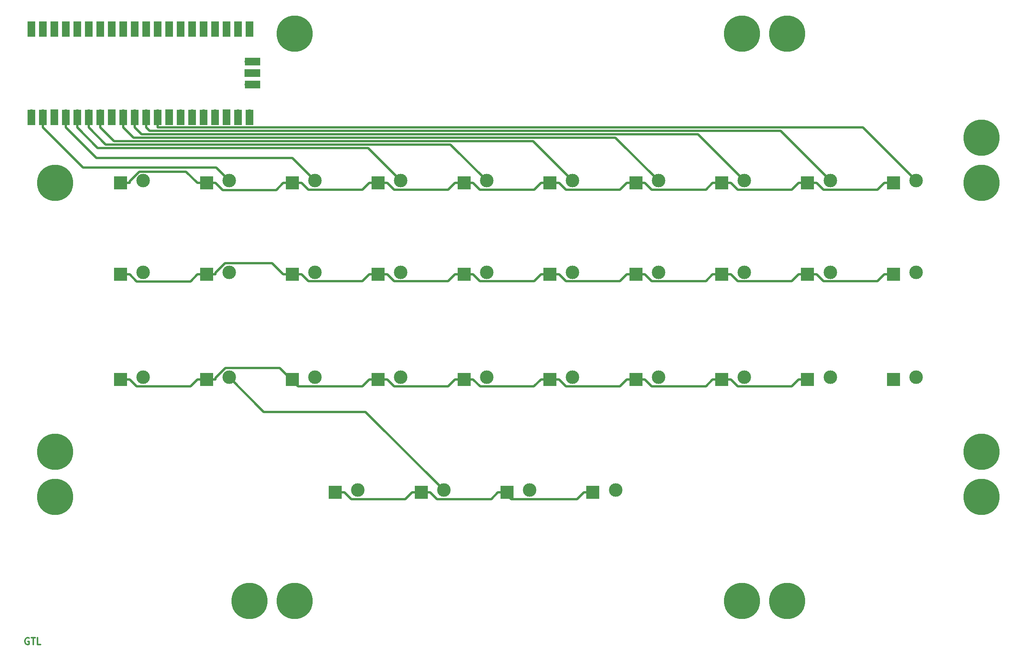
<source format=gbr>
%TF.GenerationSoftware,KiCad,Pcbnew,5.1.10-88a1d61d58~88~ubuntu20.04.1*%
%TF.CreationDate,2021-06-07T00:33:57-07:00*%
%TF.ProjectId,Stenokey,5374656e-6f6b-4657-992e-6b696361645f,1.0*%
%TF.SameCoordinates,Original*%
%TF.FileFunction,Copper,L1,Top*%
%TF.FilePolarity,Positive*%
%FSLAX46Y46*%
G04 Gerber Fmt 4.6, Leading zero omitted, Abs format (unit mm)*
G04 Created by KiCad (PCBNEW 5.1.10-88a1d61d58~88~ubuntu20.04.1) date 2021-06-07 00:33:57*
%MOMM*%
%LPD*%
G01*
G04 APERTURE LIST*
%TA.AperFunction,NonConductor*%
%ADD10C,0.300000*%
%TD*%
%TA.AperFunction,ComponentPad*%
%ADD11C,8.000000*%
%TD*%
%TA.AperFunction,ComponentPad*%
%ADD12R,3.000000X3.000000*%
%TD*%
%TA.AperFunction,ComponentPad*%
%ADD13C,3.000000*%
%TD*%
%TA.AperFunction,ComponentPad*%
%ADD14O,1.700000X1.700000*%
%TD*%
%TA.AperFunction,ComponentPad*%
%ADD15R,1.700000X1.700000*%
%TD*%
%TA.AperFunction,SMDPad,CuDef*%
%ADD16R,1.700000X3.500000*%
%TD*%
%TA.AperFunction,SMDPad,CuDef*%
%ADD17R,3.500000X1.700000*%
%TD*%
%TA.AperFunction,Conductor*%
%ADD18C,0.500000*%
%TD*%
G04 APERTURE END LIST*
D10*
X111214285Y-201250000D02*
X111071428Y-201178571D01*
X110857142Y-201178571D01*
X110642857Y-201250000D01*
X110500000Y-201392857D01*
X110428571Y-201535714D01*
X110357142Y-201821428D01*
X110357142Y-202035714D01*
X110428571Y-202321428D01*
X110500000Y-202464285D01*
X110642857Y-202607142D01*
X110857142Y-202678571D01*
X111000000Y-202678571D01*
X111214285Y-202607142D01*
X111285714Y-202535714D01*
X111285714Y-202035714D01*
X111000000Y-202035714D01*
X111714285Y-201178571D02*
X112571428Y-201178571D01*
X112142857Y-202678571D02*
X112142857Y-201178571D01*
X113785714Y-202678571D02*
X113071428Y-202678571D01*
X113071428Y-201178571D01*
D11*
%TO.P,Z9,1*%
%TO.N,Net-(Z9-Pad1)*%
X279000000Y-193000000D03*
%TD*%
D12*
%TO.P,SW25,1*%
%TO.N,/ROW2*%
X207500000Y-144000000D03*
D13*
%TO.P,SW25,2*%
%TO.N,/COL4*%
X212500000Y-143500000D03*
%TD*%
D11*
%TO.P,Z12,1*%
%TO.N,Net-(Z12-Pad1)*%
X160000000Y-193000000D03*
%TD*%
D12*
%TO.P,SW15,1*%
%TO.N,/ROW1*%
X207500000Y-120750000D03*
D13*
%TO.P,SW15,2*%
%TO.N,/COL4*%
X212500000Y-120250000D03*
%TD*%
D12*
%TO.P,SW1,1*%
%TO.N,/ROW0*%
X131500000Y-100500000D03*
D13*
%TO.P,SW1,2*%
%TO.N,/COL0*%
X136500000Y-100000000D03*
%TD*%
D14*
%TO.P,U1,1*%
%TO.N,/COL0*%
X111760000Y-85090000D03*
%TO.P,U1,2*%
%TO.N,/COL1*%
X114300000Y-85090000D03*
D15*
%TO.P,U1,3*%
%TO.N,Net-(U1-Pad3)*%
X116840000Y-85090000D03*
D14*
%TO.P,U1,4*%
%TO.N,/COL2*%
X119380000Y-85090000D03*
%TO.P,U1,5*%
%TO.N,/COL3*%
X121920000Y-85090000D03*
%TO.P,U1,6*%
%TO.N,/COL4*%
X124460000Y-85090000D03*
%TO.P,U1,7*%
%TO.N,/COL5*%
X127000000Y-85090000D03*
D15*
%TO.P,U1,8*%
%TO.N,Net-(U1-Pad8)*%
X129540000Y-85090000D03*
D14*
%TO.P,U1,9*%
%TO.N,/COL6*%
X132080000Y-85090000D03*
%TO.P,U1,10*%
%TO.N,/COL7*%
X134620000Y-85090000D03*
%TO.P,U1,11*%
%TO.N,/COL8*%
X137160000Y-85090000D03*
%TO.P,U1,12*%
%TO.N,/COL9*%
X139700000Y-85090000D03*
D15*
%TO.P,U1,13*%
%TO.N,Net-(U1-Pad13)*%
X142240000Y-85090000D03*
D14*
%TO.P,U1,14*%
%TO.N,/ROW0*%
X144780000Y-85090000D03*
%TO.P,U1,15*%
%TO.N,/ROW1*%
X147320000Y-85090000D03*
%TO.P,U1,16*%
%TO.N,/ROW2*%
X149860000Y-85090000D03*
%TO.P,U1,17*%
%TO.N,/ROW3*%
X152400000Y-85090000D03*
D15*
%TO.P,U1,18*%
%TO.N,Net-(U1-Pad18)*%
X154940000Y-85090000D03*
D14*
%TO.P,U1,19*%
%TO.N,Net-(U1-Pad19)*%
X157480000Y-85090000D03*
%TO.P,U1,20*%
%TO.N,Net-(U1-Pad20)*%
X160020000Y-85090000D03*
%TO.P,U1,21*%
%TO.N,Net-(U1-Pad21)*%
X160020000Y-67310000D03*
%TO.P,U1,22*%
%TO.N,Net-(U1-Pad22)*%
X157480000Y-67310000D03*
D15*
%TO.P,U1,23*%
%TO.N,Net-(U1-Pad23)*%
X154940000Y-67310000D03*
D14*
%TO.P,U1,24*%
%TO.N,Net-(U1-Pad24)*%
X152400000Y-67310000D03*
%TO.P,U1,25*%
%TO.N,Net-(U1-Pad25)*%
X149860000Y-67310000D03*
%TO.P,U1,26*%
%TO.N,Net-(U1-Pad26)*%
X147320000Y-67310000D03*
%TO.P,U1,27*%
%TO.N,Net-(U1-Pad27)*%
X144780000Y-67310000D03*
D15*
%TO.P,U1,28*%
%TO.N,Net-(U1-Pad28)*%
X142240000Y-67310000D03*
D14*
%TO.P,U1,29*%
%TO.N,Net-(U1-Pad29)*%
X139700000Y-67310000D03*
%TO.P,U1,30*%
%TO.N,Net-(U1-Pad30)*%
X137160000Y-67310000D03*
%TO.P,U1,31*%
%TO.N,Net-(U1-Pad31)*%
X134620000Y-67310000D03*
%TO.P,U1,32*%
%TO.N,Net-(U1-Pad32)*%
X132080000Y-67310000D03*
D15*
%TO.P,U1,33*%
%TO.N,Net-(U1-Pad33)*%
X129540000Y-67310000D03*
D14*
%TO.P,U1,34*%
%TO.N,Net-(U1-Pad34)*%
X127000000Y-67310000D03*
%TO.P,U1,35*%
%TO.N,Net-(U1-Pad35)*%
X124460000Y-67310000D03*
%TO.P,U1,36*%
%TO.N,Net-(U1-Pad36)*%
X121920000Y-67310000D03*
%TO.P,U1,37*%
%TO.N,Net-(U1-Pad37)*%
X119380000Y-67310000D03*
D15*
%TO.P,U1,38*%
%TO.N,Net-(U1-Pad38)*%
X116840000Y-67310000D03*
D14*
%TO.P,U1,39*%
%TO.N,Net-(U1-Pad39)*%
X114300000Y-67310000D03*
%TO.P,U1,40*%
%TO.N,Net-(U1-Pad40)*%
X111760000Y-67310000D03*
D16*
%TO.P,U1,1*%
%TO.N,/COL0*%
X111760000Y-85990000D03*
%TO.P,U1,2*%
%TO.N,/COL1*%
X114300000Y-85990000D03*
%TO.P,U1,3*%
%TO.N,Net-(U1-Pad3)*%
X116840000Y-85990000D03*
%TO.P,U1,4*%
%TO.N,/COL2*%
X119380000Y-85990000D03*
%TO.P,U1,5*%
%TO.N,/COL3*%
X121920000Y-85990000D03*
%TO.P,U1,6*%
%TO.N,/COL4*%
X124460000Y-85990000D03*
%TO.P,U1,7*%
%TO.N,/COL5*%
X127000000Y-85990000D03*
%TO.P,U1,8*%
%TO.N,Net-(U1-Pad8)*%
X129540000Y-85990000D03*
%TO.P,U1,9*%
%TO.N,/COL6*%
X132080000Y-85990000D03*
%TO.P,U1,10*%
%TO.N,/COL7*%
X134620000Y-85990000D03*
%TO.P,U1,11*%
%TO.N,/COL8*%
X137160000Y-85990000D03*
%TO.P,U1,12*%
%TO.N,/COL9*%
X139700000Y-85990000D03*
%TO.P,U1,13*%
%TO.N,Net-(U1-Pad13)*%
X142240000Y-85990000D03*
%TO.P,U1,14*%
%TO.N,/ROW0*%
X144780000Y-85990000D03*
%TO.P,U1,15*%
%TO.N,/ROW1*%
X147320000Y-85990000D03*
%TO.P,U1,16*%
%TO.N,/ROW2*%
X149860000Y-85990000D03*
%TO.P,U1,17*%
%TO.N,/ROW3*%
X152400000Y-85990000D03*
%TO.P,U1,18*%
%TO.N,Net-(U1-Pad18)*%
X154940000Y-85990000D03*
%TO.P,U1,19*%
%TO.N,Net-(U1-Pad19)*%
X157480000Y-85990000D03*
%TO.P,U1,20*%
%TO.N,Net-(U1-Pad20)*%
X160020000Y-85990000D03*
%TO.P,U1,40*%
%TO.N,Net-(U1-Pad40)*%
X111760000Y-66410000D03*
%TO.P,U1,39*%
%TO.N,Net-(U1-Pad39)*%
X114300000Y-66410000D03*
%TO.P,U1,38*%
%TO.N,Net-(U1-Pad38)*%
X116840000Y-66410000D03*
%TO.P,U1,37*%
%TO.N,Net-(U1-Pad37)*%
X119380000Y-66410000D03*
%TO.P,U1,36*%
%TO.N,Net-(U1-Pad36)*%
X121920000Y-66410000D03*
%TO.P,U1,35*%
%TO.N,Net-(U1-Pad35)*%
X124460000Y-66410000D03*
%TO.P,U1,34*%
%TO.N,Net-(U1-Pad34)*%
X127000000Y-66410000D03*
%TO.P,U1,33*%
%TO.N,Net-(U1-Pad33)*%
X129540000Y-66410000D03*
%TO.P,U1,32*%
%TO.N,Net-(U1-Pad32)*%
X132080000Y-66410000D03*
%TO.P,U1,31*%
%TO.N,Net-(U1-Pad31)*%
X134620000Y-66410000D03*
%TO.P,U1,30*%
%TO.N,Net-(U1-Pad30)*%
X137160000Y-66410000D03*
%TO.P,U1,29*%
%TO.N,Net-(U1-Pad29)*%
X139700000Y-66410000D03*
%TO.P,U1,28*%
%TO.N,Net-(U1-Pad28)*%
X142240000Y-66410000D03*
%TO.P,U1,27*%
%TO.N,Net-(U1-Pad27)*%
X144780000Y-66410000D03*
%TO.P,U1,26*%
%TO.N,Net-(U1-Pad26)*%
X147320000Y-66410000D03*
%TO.P,U1,25*%
%TO.N,Net-(U1-Pad25)*%
X149860000Y-66410000D03*
%TO.P,U1,24*%
%TO.N,Net-(U1-Pad24)*%
X152400000Y-66410000D03*
%TO.P,U1,23*%
%TO.N,Net-(U1-Pad23)*%
X154940000Y-66410000D03*
%TO.P,U1,22*%
%TO.N,Net-(U1-Pad22)*%
X157480000Y-66410000D03*
%TO.P,U1,21*%
%TO.N,Net-(U1-Pad21)*%
X160020000Y-66410000D03*
D17*
%TO.P,U1,41*%
%TO.N,Net-(U1-Pad41)*%
X160690000Y-78740000D03*
D14*
X159790000Y-78740000D03*
D17*
%TO.P,U1,42*%
%TO.N,Net-(U1-Pad42)*%
X160690000Y-76200000D03*
D15*
X159790000Y-76200000D03*
D17*
%TO.P,U1,43*%
%TO.N,Net-(U1-Pad43)*%
X160690000Y-73660000D03*
D14*
X159790000Y-73660000D03*
%TD*%
D11*
%TO.P,Z14,1*%
%TO.N,Net-(Z14-Pad1)*%
X117000000Y-160000000D03*
%TD*%
%TO.P,Z11,1*%
%TO.N,Net-(Z11-Pad1)*%
X170000000Y-193000000D03*
%TD*%
%TO.P,Z10,1*%
%TO.N,Net-(Z10-Pad1)*%
X269000000Y-193000000D03*
%TD*%
D12*
%TO.P,SW26,1*%
%TO.N,/ROW2*%
X226500000Y-144000000D03*
D13*
%TO.P,SW26,2*%
%TO.N,/COL5*%
X231500000Y-143500000D03*
%TD*%
D12*
%TO.P,SW16,1*%
%TO.N,/ROW1*%
X226500000Y-120750000D03*
D13*
%TO.P,SW16,2*%
%TO.N,/COL5*%
X231500000Y-120250000D03*
%TD*%
D11*
%TO.P,Z2,1*%
%TO.N,Net-(Z2-Pad1)*%
X170000000Y-67500000D03*
%TD*%
D12*
%TO.P,SW12,1*%
%TO.N,/ROW1*%
X150500000Y-120750000D03*
D13*
%TO.P,SW12,2*%
%TO.N,/COL1*%
X155500000Y-120250000D03*
%TD*%
D12*
%TO.P,SW28,1*%
%TO.N,/ROW2*%
X264500000Y-144000000D03*
D13*
%TO.P,SW28,2*%
%TO.N,/COL7*%
X269500000Y-143500000D03*
%TD*%
D12*
%TO.P,SW27,1*%
%TO.N,/ROW2*%
X245500000Y-144000000D03*
D13*
%TO.P,SW27,2*%
%TO.N,/COL6*%
X250500000Y-143500000D03*
%TD*%
D12*
%TO.P,SW6,1*%
%TO.N,/ROW0*%
X226500000Y-100500000D03*
D13*
%TO.P,SW6,2*%
%TO.N,/COL5*%
X231500000Y-100000000D03*
%TD*%
D12*
%TO.P,SW9,1*%
%TO.N,/ROW0*%
X283500000Y-100500000D03*
D13*
%TO.P,SW9,2*%
%TO.N,/COL8*%
X288500000Y-100000000D03*
%TD*%
D12*
%TO.P,SW5,1*%
%TO.N,/ROW0*%
X207500000Y-100500000D03*
D13*
%TO.P,SW5,2*%
%TO.N,/COL4*%
X212500000Y-100000000D03*
%TD*%
D12*
%TO.P,SW23,1*%
%TO.N,/ROW2*%
X169500000Y-144000000D03*
D13*
%TO.P,SW23,2*%
%TO.N,/COL2*%
X174500000Y-143500000D03*
%TD*%
D12*
%TO.P,SW19,1*%
%TO.N,/ROW1*%
X283500000Y-120750000D03*
D13*
%TO.P,SW19,2*%
%TO.N,/COL8*%
X288500000Y-120250000D03*
%TD*%
D12*
%TO.P,SW31,1*%
%TO.N,/ROW3*%
X179000000Y-169000000D03*
D13*
%TO.P,SW31,2*%
%TO.N,/COL0*%
X184000000Y-168500000D03*
%TD*%
D11*
%TO.P,Z3,1*%
%TO.N,Net-(Z3-Pad1)*%
X269000000Y-67500000D03*
%TD*%
D12*
%TO.P,SW30,1*%
%TO.N,/ROW2*%
X302500000Y-144000000D03*
D13*
%TO.P,SW30,2*%
%TO.N,/COL9*%
X307500000Y-143500000D03*
%TD*%
D12*
%TO.P,SW18,1*%
%TO.N,/ROW1*%
X264500000Y-120750000D03*
D13*
%TO.P,SW18,2*%
%TO.N,/COL7*%
X269500000Y-120250000D03*
%TD*%
D12*
%TO.P,SW14,1*%
%TO.N,/ROW1*%
X188500000Y-120750000D03*
D13*
%TO.P,SW14,2*%
%TO.N,/COL3*%
X193500000Y-120250000D03*
%TD*%
D11*
%TO.P,Z13,1*%
%TO.N,Net-(Z13-Pad1)*%
X117000000Y-170000000D03*
%TD*%
D12*
%TO.P,SW34,1*%
%TO.N,/ROW3*%
X236000000Y-169000000D03*
D13*
%TO.P,SW34,2*%
%TO.N,/COL6*%
X241000000Y-168500000D03*
%TD*%
D11*
%TO.P,Z7,1*%
%TO.N,Net-(Z7-Pad1)*%
X322000000Y-160000000D03*
%TD*%
%TO.P,Z5,1*%
%TO.N,Net-(Z5-Pad1)*%
X322000000Y-90500000D03*
%TD*%
%TO.P,Z6,1*%
%TO.N,Net-(Z6-Pad1)*%
X322000000Y-100500000D03*
%TD*%
D12*
%TO.P,SW11,1*%
%TO.N,/ROW1*%
X131500000Y-120750000D03*
D13*
%TO.P,SW11,2*%
%TO.N,/COL0*%
X136500000Y-120250000D03*
%TD*%
D12*
%TO.P,SW20,1*%
%TO.N,/ROW1*%
X302500000Y-120750000D03*
D13*
%TO.P,SW20,2*%
%TO.N,/COL9*%
X307500000Y-120250000D03*
%TD*%
D12*
%TO.P,SW8,1*%
%TO.N,/ROW0*%
X264500000Y-100500000D03*
D13*
%TO.P,SW8,2*%
%TO.N,/COL7*%
X269500000Y-100000000D03*
%TD*%
D12*
%TO.P,SW10,1*%
%TO.N,/ROW0*%
X302500000Y-100500000D03*
D13*
%TO.P,SW10,2*%
%TO.N,/COL9*%
X307500000Y-100000000D03*
%TD*%
D11*
%TO.P,Z4,1*%
%TO.N,Net-(Z4-Pad1)*%
X279000000Y-67500000D03*
%TD*%
D12*
%TO.P,SW33,1*%
%TO.N,/ROW3*%
X217000000Y-169000000D03*
D13*
%TO.P,SW33,2*%
%TO.N,/COL5*%
X222000000Y-168500000D03*
%TD*%
D12*
%TO.P,SW13,1*%
%TO.N,/ROW1*%
X169500000Y-120750000D03*
D13*
%TO.P,SW13,2*%
%TO.N,/COL2*%
X174500000Y-120250000D03*
%TD*%
D12*
%TO.P,SW7,1*%
%TO.N,/ROW0*%
X245500000Y-100500000D03*
D13*
%TO.P,SW7,2*%
%TO.N,/COL6*%
X250500000Y-100000000D03*
%TD*%
D12*
%TO.P,SW29,1*%
%TO.N,/ROW2*%
X283500000Y-144000000D03*
D13*
%TO.P,SW29,2*%
%TO.N,/COL8*%
X288500000Y-143500000D03*
%TD*%
D12*
%TO.P,SW21,1*%
%TO.N,/ROW2*%
X131500000Y-144000000D03*
D13*
%TO.P,SW21,2*%
%TO.N,/COL0*%
X136500000Y-143500000D03*
%TD*%
D12*
%TO.P,SW32,1*%
%TO.N,/ROW3*%
X198000000Y-169000000D03*
D13*
%TO.P,SW32,2*%
%TO.N,/COL1*%
X203000000Y-168500000D03*
%TD*%
D12*
%TO.P,SW17,1*%
%TO.N,/ROW1*%
X245500000Y-120750000D03*
D13*
%TO.P,SW17,2*%
%TO.N,/COL6*%
X250500000Y-120250000D03*
%TD*%
D12*
%TO.P,SW2,1*%
%TO.N,/ROW0*%
X150500000Y-100500000D03*
D13*
%TO.P,SW2,2*%
%TO.N,/COL1*%
X155500000Y-100000000D03*
%TD*%
D12*
%TO.P,SW3,1*%
%TO.N,/ROW0*%
X169500000Y-100500000D03*
D13*
%TO.P,SW3,2*%
%TO.N,/COL2*%
X174500000Y-100000000D03*
%TD*%
D11*
%TO.P,Z8,1*%
%TO.N,Net-(Z8-Pad1)*%
X322000000Y-170000000D03*
%TD*%
D12*
%TO.P,SW24,1*%
%TO.N,/ROW2*%
X188500000Y-144000000D03*
D13*
%TO.P,SW24,2*%
%TO.N,/COL3*%
X193500000Y-143500000D03*
%TD*%
D12*
%TO.P,SW4,1*%
%TO.N,/ROW0*%
X188500000Y-100500000D03*
D13*
%TO.P,SW4,2*%
%TO.N,/COL3*%
X193500000Y-100000000D03*
%TD*%
D11*
%TO.P,Z15,1*%
%TO.N,Net-(Z15-Pad1)*%
X117000000Y-100500000D03*
%TD*%
D12*
%TO.P,SW22,1*%
%TO.N,/ROW2*%
X150500000Y-144000000D03*
D13*
%TO.P,SW22,2*%
%TO.N,/COL1*%
X155500000Y-143500000D03*
%TD*%
D18*
%TO.N,/COL1*%
X114300000Y-85090000D02*
X114300000Y-88240300D01*
X114300000Y-88240300D02*
X123173900Y-97114200D01*
X123173900Y-97114200D02*
X152614200Y-97114200D01*
X152614200Y-97114200D02*
X155500000Y-100000000D01*
X203000000Y-168500000D02*
X185671800Y-151171800D01*
X185671800Y-151171800D02*
X163171800Y-151171800D01*
X163171800Y-151171800D02*
X155500000Y-143500000D01*
%TO.N,/COL2*%
X174500000Y-100000000D02*
X169478500Y-94978500D01*
X169478500Y-94978500D02*
X126118200Y-94978500D01*
X126118200Y-94978500D02*
X119380000Y-88240300D01*
X119380000Y-85090000D02*
X119380000Y-88240300D01*
%TO.N,/COL3*%
X121920000Y-85090000D02*
X121920000Y-88240300D01*
X121920000Y-88240300D02*
X126421900Y-92742200D01*
X126421900Y-92742200D02*
X186242200Y-92742200D01*
X186242200Y-92742200D02*
X193500000Y-100000000D01*
%TO.N,/COL4*%
X212500000Y-100000000D02*
X204491800Y-91991800D01*
X204491800Y-91991800D02*
X128211500Y-91991800D01*
X128211500Y-91991800D02*
X124460000Y-88240300D01*
X124460000Y-85090000D02*
X124460000Y-88240300D01*
%TO.N,/COL5*%
X127000000Y-88240300D02*
X130001200Y-91241500D01*
X130001200Y-91241500D02*
X222741500Y-91241500D01*
X222741500Y-91241500D02*
X231500000Y-100000000D01*
X127000000Y-85090000D02*
X127000000Y-88240300D01*
%TO.N,/COL6*%
X132080000Y-88240300D02*
X134330900Y-90491200D01*
X134330900Y-90491200D02*
X240991200Y-90491200D01*
X240991200Y-90491200D02*
X250500000Y-100000000D01*
X132080000Y-85090000D02*
X132080000Y-88240300D01*
%TO.N,/COL7*%
X134620000Y-88240300D02*
X136120600Y-89740900D01*
X136120600Y-89740900D02*
X259240900Y-89740900D01*
X259240900Y-89740900D02*
X269500000Y-100000000D01*
X134620000Y-85090000D02*
X134620000Y-88240300D01*
%TO.N,/COL8*%
X137160000Y-88240300D02*
X137910300Y-88990600D01*
X137910300Y-88990600D02*
X277490600Y-88990600D01*
X277490600Y-88990600D02*
X288500000Y-100000000D01*
X137160000Y-85090000D02*
X137160000Y-88240300D01*
%TO.N,/COL9*%
X139700000Y-85090000D02*
X139700000Y-88240300D01*
X139700000Y-88240300D02*
X295740300Y-88240300D01*
X295740300Y-88240300D02*
X307500000Y-100000000D01*
%TO.N,/ROW0*%
X283500000Y-100500000D02*
X281499700Y-100500000D01*
X264500000Y-100500000D02*
X266500300Y-100500000D01*
X266500300Y-100500000D02*
X268012600Y-102012300D01*
X268012600Y-102012300D02*
X279987400Y-102012300D01*
X279987400Y-102012300D02*
X281499700Y-100500000D01*
X263499900Y-100500000D02*
X264500000Y-100500000D01*
X263499900Y-100500000D02*
X262499700Y-100500000D01*
X226500000Y-100500000D02*
X224499700Y-100500000D01*
X207500000Y-100500000D02*
X209500300Y-100500000D01*
X209500300Y-100500000D02*
X211012600Y-102012300D01*
X211012600Y-102012300D02*
X222987400Y-102012300D01*
X222987400Y-102012300D02*
X224499700Y-100500000D01*
X206499900Y-100500000D02*
X207500000Y-100500000D01*
X206499900Y-100500000D02*
X205499700Y-100500000D01*
X302500000Y-100500000D02*
X300499700Y-100500000D01*
X283500000Y-100500000D02*
X285500300Y-100500000D01*
X285500300Y-100500000D02*
X287012600Y-102012300D01*
X287012600Y-102012300D02*
X298987400Y-102012300D01*
X298987400Y-102012300D02*
X300499700Y-100500000D01*
X245500000Y-100500000D02*
X243499700Y-100500000D01*
X226500000Y-100500000D02*
X228500300Y-100500000D01*
X228500300Y-100500000D02*
X230012600Y-102012300D01*
X230012600Y-102012300D02*
X241987400Y-102012300D01*
X241987400Y-102012300D02*
X243499700Y-100500000D01*
X188500000Y-100500000D02*
X186499700Y-100500000D01*
X169500000Y-100500000D02*
X171500300Y-100500000D01*
X171500300Y-100500000D02*
X173012600Y-102012300D01*
X173012600Y-102012300D02*
X184987400Y-102012300D01*
X184987400Y-102012300D02*
X186499700Y-100500000D01*
X168499900Y-100500000D02*
X169500000Y-100500000D01*
X245500000Y-100500000D02*
X247500300Y-100500000D01*
X247500300Y-100500000D02*
X249012600Y-102012300D01*
X249012600Y-102012300D02*
X260987400Y-102012300D01*
X260987400Y-102012300D02*
X262499700Y-100500000D01*
X188500000Y-100500000D02*
X190500300Y-100500000D01*
X190500300Y-100500000D02*
X192012600Y-102012300D01*
X192012600Y-102012300D02*
X203987400Y-102012300D01*
X203987400Y-102012300D02*
X205499700Y-100500000D01*
X168499900Y-100500000D02*
X167499700Y-100500000D01*
X150500000Y-100500000D02*
X152500300Y-100500000D01*
X167499700Y-100500000D02*
X165949200Y-102050500D01*
X165949200Y-102050500D02*
X154050800Y-102050500D01*
X154050800Y-102050500D02*
X152500300Y-100500000D01*
X131500000Y-100500000D02*
X133500300Y-100500000D01*
X150500000Y-100500000D02*
X148499700Y-100500000D01*
X148499700Y-100500000D02*
X145999000Y-97999300D01*
X145999000Y-97999300D02*
X135625900Y-97999300D01*
X135625900Y-97999300D02*
X133500300Y-100124900D01*
X133500300Y-100124900D02*
X133500300Y-100500000D01*
%TO.N,/ROW1*%
X169500000Y-120750000D02*
X167499700Y-120750000D01*
X150500000Y-120750000D02*
X152500300Y-120750000D01*
X152500300Y-120750000D02*
X152500300Y-120374900D01*
X152500300Y-120374900D02*
X154632800Y-118242400D01*
X154632800Y-118242400D02*
X164992100Y-118242400D01*
X164992100Y-118242400D02*
X167499700Y-120750000D01*
X149499900Y-120750000D02*
X150500000Y-120750000D01*
X149499900Y-120750000D02*
X148499700Y-120750000D01*
X131500000Y-120750000D02*
X133500300Y-120750000D01*
X148499700Y-120750000D02*
X146949200Y-122300500D01*
X146949200Y-122300500D02*
X135050800Y-122300500D01*
X135050800Y-122300500D02*
X133500300Y-120750000D01*
X283500000Y-120750000D02*
X281499700Y-120750000D01*
X264500000Y-120750000D02*
X266500300Y-120750000D01*
X266500300Y-120750000D02*
X268012600Y-122262300D01*
X268012600Y-122262300D02*
X279987400Y-122262300D01*
X279987400Y-122262300D02*
X281499700Y-120750000D01*
X263499900Y-120750000D02*
X264500000Y-120750000D01*
X263499900Y-120750000D02*
X262499700Y-120750000D01*
X245500000Y-120750000D02*
X243499700Y-120750000D01*
X226500000Y-120750000D02*
X228500300Y-120750000D01*
X228500300Y-120750000D02*
X230012600Y-122262300D01*
X230012600Y-122262300D02*
X241987400Y-122262300D01*
X241987400Y-122262300D02*
X243499700Y-120750000D01*
X225499900Y-120750000D02*
X226500000Y-120750000D01*
X188500000Y-120750000D02*
X186499700Y-120750000D01*
X169500000Y-120750000D02*
X171500300Y-120750000D01*
X171500300Y-120750000D02*
X173012600Y-122262300D01*
X173012600Y-122262300D02*
X184987400Y-122262300D01*
X184987400Y-122262300D02*
X186499700Y-120750000D01*
X302500000Y-120750000D02*
X300499700Y-120750000D01*
X283500000Y-120750000D02*
X285500300Y-120750000D01*
X285500300Y-120750000D02*
X287012600Y-122262300D01*
X287012600Y-122262300D02*
X298987400Y-122262300D01*
X298987400Y-122262300D02*
X300499700Y-120750000D01*
X245500000Y-120750000D02*
X247500300Y-120750000D01*
X247500300Y-120750000D02*
X249012600Y-122262300D01*
X249012600Y-122262300D02*
X260987400Y-122262300D01*
X260987400Y-122262300D02*
X262499700Y-120750000D01*
X225499900Y-120750000D02*
X224499700Y-120750000D01*
X207500000Y-120750000D02*
X205499700Y-120750000D01*
X188500000Y-120750000D02*
X190500300Y-120750000D01*
X190500300Y-120750000D02*
X192012600Y-122262300D01*
X192012600Y-122262300D02*
X203987400Y-122262300D01*
X203987400Y-122262300D02*
X205499700Y-120750000D01*
X207500000Y-120750000D02*
X209500300Y-120750000D01*
X224499700Y-120750000D02*
X222999300Y-122250400D01*
X222999300Y-122250400D02*
X211000700Y-122250400D01*
X211000700Y-122250400D02*
X209500300Y-120750000D01*
%TO.N,/ROW2*%
X264500000Y-144000000D02*
X262499700Y-144000000D01*
X245500000Y-144000000D02*
X247500300Y-144000000D01*
X247500300Y-144000000D02*
X249012600Y-145512300D01*
X249012600Y-145512300D02*
X260987400Y-145512300D01*
X260987400Y-145512300D02*
X262499700Y-144000000D01*
X244499900Y-144000000D02*
X245500000Y-144000000D01*
X244499900Y-144000000D02*
X243499700Y-144000000D01*
X150500000Y-144000000D02*
X152500300Y-144000000D01*
X169242400Y-144000000D02*
X166706800Y-141464400D01*
X166706800Y-141464400D02*
X154660800Y-141464400D01*
X154660800Y-141464400D02*
X152500300Y-143624900D01*
X152500300Y-143624900D02*
X152500300Y-144000000D01*
X186499700Y-144000000D02*
X184972900Y-145526800D01*
X184972900Y-145526800D02*
X170769200Y-145526800D01*
X170769200Y-145526800D02*
X169242400Y-144000000D01*
X131500000Y-144000000D02*
X133500300Y-144000000D01*
X150500000Y-144000000D02*
X148499700Y-144000000D01*
X148499700Y-144000000D02*
X146993700Y-145506000D01*
X146993700Y-145506000D02*
X135006300Y-145506000D01*
X135006300Y-145506000D02*
X133500300Y-144000000D01*
X207500000Y-144000000D02*
X209500300Y-144000000D01*
X226500000Y-144000000D02*
X224499700Y-144000000D01*
X224499700Y-144000000D02*
X222956500Y-145543200D01*
X222956500Y-145543200D02*
X211043500Y-145543200D01*
X211043500Y-145543200D02*
X209500300Y-144000000D01*
X227500200Y-144000000D02*
X226500000Y-144000000D01*
X227500200Y-144000000D02*
X228500300Y-144000000D01*
X243499700Y-144000000D02*
X241956500Y-145543200D01*
X241956500Y-145543200D02*
X230043500Y-145543200D01*
X230043500Y-145543200D02*
X228500300Y-144000000D01*
X188500000Y-144000000D02*
X186499700Y-144000000D01*
X169500000Y-144000000D02*
X169242400Y-144000000D01*
X264500000Y-144000000D02*
X266500300Y-144000000D01*
X283500000Y-144000000D02*
X281499700Y-144000000D01*
X281499700Y-144000000D02*
X279986400Y-145513300D01*
X279986400Y-145513300D02*
X268013600Y-145513300D01*
X268013600Y-145513300D02*
X266500300Y-144000000D01*
X207500000Y-144000000D02*
X205499700Y-144000000D01*
X188500000Y-144000000D02*
X190500300Y-144000000D01*
X190500300Y-144000000D02*
X192017900Y-145517600D01*
X192017900Y-145517600D02*
X203982100Y-145517600D01*
X203982100Y-145517600D02*
X205499700Y-144000000D01*
%TO.N,/ROW3*%
X179000000Y-169000000D02*
X181000300Y-169000000D01*
X198000000Y-169000000D02*
X195999700Y-169000000D01*
X195999700Y-169000000D02*
X194499200Y-170500500D01*
X194499200Y-170500500D02*
X182500800Y-170500500D01*
X182500800Y-170500500D02*
X181000300Y-169000000D01*
X199000200Y-169000000D02*
X198000000Y-169000000D01*
X199000200Y-169000000D02*
X200000300Y-169000000D01*
X236000000Y-169000000D02*
X233999700Y-169000000D01*
X216445900Y-169000000D02*
X217959700Y-170513800D01*
X217959700Y-170513800D02*
X232485900Y-170513800D01*
X232485900Y-170513800D02*
X233999700Y-169000000D01*
X217000000Y-169000000D02*
X216445900Y-169000000D01*
X215999900Y-169000000D02*
X214999700Y-169000000D01*
X215999900Y-169000000D02*
X216445900Y-169000000D01*
X200000300Y-169000000D02*
X201514100Y-170513800D01*
X201514100Y-170513800D02*
X213485900Y-170513800D01*
X213485900Y-170513800D02*
X214999700Y-169000000D01*
%TD*%
M02*

</source>
